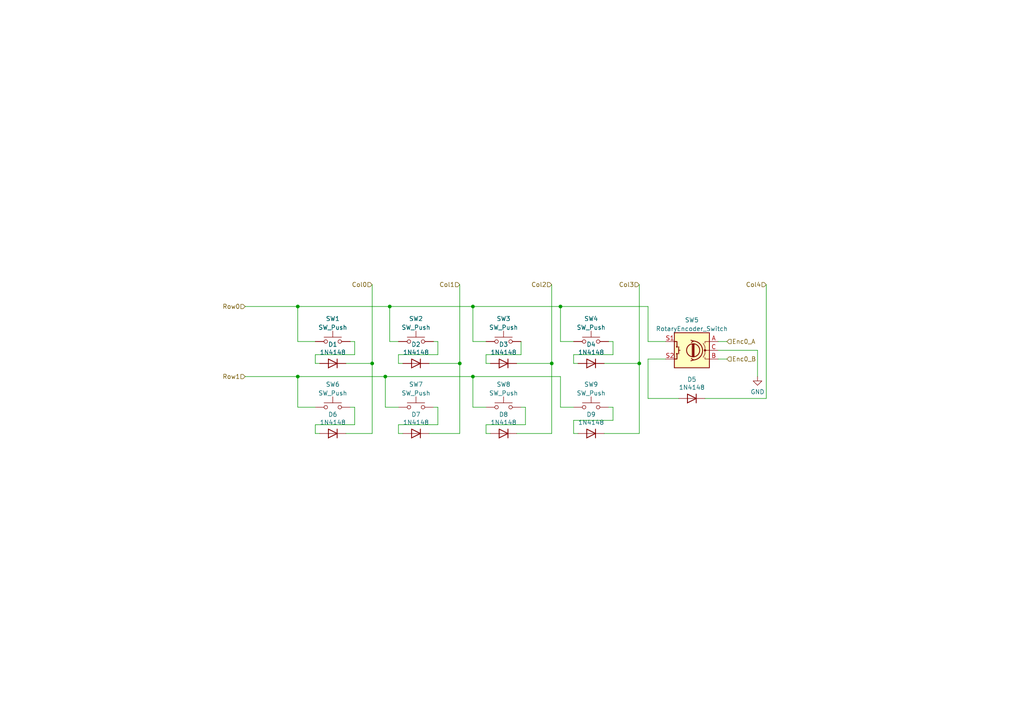
<source format=kicad_sch>
(kicad_sch (version 20230121) (generator eeschema)
  (paper "A4")
  (title_block (title "PE-Keyboard") (date "2023-12-22") (rev "A.01") (comment 1 "Macropad type keyboard"))
  (lib_symbols
    (symbol "Device:RotaryEncoder_Switch" (pin_names (offset 0.254) hide)
      (property "Reference" "SW" (at 0 6.604 0))
      (property "Value" "RotaryEncoder_Switch" (at 0 -6.604 0))
      (symbol "RotaryEncoder_Switch_0_1"
        (rectangle (start -5.08 5.08) (end 5.08 -5.08) (stroke (width 0.254)) (fill (type background)))
        (circle (center -3.81 0) (radius 0.254) (fill (type outline)))
        (circle (center -0.381 0) (radius 1.905) (stroke (width 0.254)))
        (arc (start -0.381 2.667) (mid -3.0988 -0.0635) (end -0.381 -2.794) (stroke (width 0.254)))
        (polyline (pts (xy -0.635 -1.778) (xy -0.635 1.778)) (stroke (width 0.254)))
        (polyline (pts (xy -0.381 -1.778) (xy -0.381 1.778)) (stroke (width 0.254)))
        (polyline (pts (xy -0.127 1.778) (xy -0.127 -1.778)) (stroke (width 0.254)))
        (polyline (pts (xy 3.81 0) (xy 3.429 0)) (stroke (width 0.254)))
        (polyline (pts (xy 3.81 1.016) (xy 3.81 -1.016)) (stroke (width 0.254)))
        (polyline (pts (xy -5.08 -2.54) (xy -3.81 -2.54) (xy -3.81 -2.032)))
        (polyline (pts (xy -5.08 2.54) (xy -3.81 2.54) (xy -3.81 2.032)))
        (polyline (pts (xy 0.254 -3.048) (xy -0.508 -2.794) (xy 0.127 -2.413)) (stroke (width 0.254)))
        (polyline (pts (xy 0.254 2.921) (xy -0.508 2.667) (xy 0.127 2.286)) (stroke (width 0.254)))
        (polyline (pts (xy 5.08 -2.54) (xy 4.318 -2.54) (xy 4.318 -1.016)) (stroke (width 0.254)))
        (polyline (pts (xy 5.08 2.54) (xy 4.318 2.54) (xy 4.318 1.016)) (stroke (width 0.254)))
        (polyline (pts (xy -5.08 0) (xy -3.81 0) (xy -3.81 -1.016) (xy -3.302 -2.032)))
        (polyline (pts (xy -4.318 0) (xy -3.81 0) (xy -3.81 1.016) (xy -3.302 2.032)))
        (circle (center 4.318 -1.016) (radius 0.127) (stroke (width 0.254)))
        (circle (center 4.318 1.016) (radius 0.127) (stroke (width 0.254)))
      )
      (symbol "RotaryEncoder_Switch_1_1"
        (pin passive line (at -7.62 2.54 0) (length 2.54) (name "A") (number "A"))
        (pin passive line (at -7.62 -2.54 0) (length 2.54) (name "B") (number "B"))
        (pin passive line (at -7.62 0 0) (length 2.54) (name "C") (number "C"))
        (pin passive line (at 7.62 2.54 180) (length 2.54) (name "S1") (number "S1"))
        (pin passive line (at 7.62 -2.54 180) (length 2.54) (name "S2") (number "S2"))
      )
    )
    (symbol "Diode:1N4148" (pin_numbers hide) (pin_names (offset 1.016) hide)
      (property "Reference" "D" (at 0 2.54 0))
      (property "Value" "1N4148" (at 0 -2.54 0))
      (symbol "1N4148_0_1"
        (polyline (pts (xy -1.27 1.27) (xy -1.27 -1.27)) (stroke (width 0.254)))
        (polyline (pts (xy 1.27 0) (xy -1.27 0)))
        (polyline (pts (xy 1.27 1.27) (xy 1.27 -1.27) (xy -1.27 0) (xy 1.27 1.27)) (stroke (width 0.254)))
      )
      (symbol "1N4148_1_1"
        (pin passive line (at -3.81 0 0) (length 2.54) (name "K") (number "1"))
        (pin passive line (at 3.81 0 180) (length 2.54) (name "A") (number "2"))
      )
    )
    (symbol "Switch:SW_Push" (pin_numbers hide) (pin_names (offset 1.016) hide)
      (property "Reference" "SW" (at 1.27 2.54 0))
      (property "Value" "SW_Push" (at 0 -1.524 0))
      (symbol "SW_Push_0_1"
        (circle (center -2.032 0) (radius 0.508))
        (polyline (pts (xy 0 1.27) (xy 0 3.048)))
        (polyline (pts (xy 2.54 1.27) (xy -2.54 1.27)))
        (circle (center 2.032 0) (radius 0.508))
        (pin passive line (at -5.08 0 0) (length 2.54) (name "1") (number "1"))
        (pin passive line (at 5.08 0 180) (length 2.54) (name "2") (number "2"))
      )
    )
    (symbol "power:GND" (power) (pin_names (offset 0))
      (property "Value" "GND" (at 0 -3.81 0))
      (symbol "GND_0_1"
        (polyline (pts (xy 0 0) (xy 0 -1.27) (xy 1.27 -1.27) (xy 0 -2.54) (xy -1.27 -1.27) (xy 0 -1.27)))
      )
      (symbol "GND_1_1"
        (pin power_in line (at 0 0 270) (length 0) hide (name "GND") (number "1"))
      )
    )
  )
  (junction (at 185.42 105.41))
  (junction (at 160.02 105.41))
  (junction (at 107.95 105.41))
  (junction (at 86.36 88.9))
  (junction (at 133.35 105.41))
  (junction (at 111.76 109.22))
  (junction (at 113.03 88.9))
  (junction (at 137.16 109.22))
  (junction (at 137.16 88.9))
  (junction (at 162.56 88.9))
  (junction (at 86.36 109.22))
  (wire (pts (xy 140.97 105.41) (xy 142.24 105.41)))
  (wire (pts (xy 100.33 125.73) (xy 107.95 125.73)))
  (wire (pts (xy 149.86 105.41) (xy 160.02 105.41)))
  (wire (pts (xy 177.8 102.87) (xy 166.37 102.87)))
  (wire (pts (xy 107.95 105.41) (xy 107.95 125.73)))
  (wire (pts (xy 187.96 88.9) (xy 187.96 99.06)))
  (wire (pts (xy 160.02 82.55) (xy 160.02 105.41)))
  (wire (pts (xy 222.25 82.55) (xy 222.25 115.57)))
  (wire (pts (xy 176.53 118.11) (xy 177.8 118.11)))
  (wire (pts (xy 137.16 88.9) (xy 162.56 88.9)))
  (wire (pts (xy 166.37 125.73) (xy 167.64 125.73)))
  (wire (pts (xy 208.28 99.06) (xy 210.82 99.06)))
  (wire (pts (xy 115.57 125.73) (xy 116.84 125.73)))
  (wire (pts (xy 113.03 99.06) (xy 115.57 99.06)))
  (wire (pts (xy 219.71 101.6) (xy 219.71 109.22)))
  (wire (pts (xy 133.35 82.55) (xy 133.35 105.41)))
  (wire (pts (xy 140.97 123.19) (xy 140.97 125.73)))
  (wire (pts (xy 162.56 118.11) (xy 166.37 118.11)))
  (wire (pts (xy 115.57 105.41) (xy 116.84 105.41)))
  (wire (pts (xy 185.42 82.55) (xy 185.42 105.41)))
  (wire (pts (xy 124.46 105.41) (xy 133.35 105.41)))
  (wire (pts (xy 91.44 105.41) (xy 92.71 105.41)))
  (wire (pts (xy 113.03 88.9) (xy 113.03 99.06)))
  (wire (pts (xy 177.8 99.06) (xy 177.8 102.87)))
  (wire (pts (xy 111.76 109.22) (xy 111.76 118.11)))
  (wire (pts (xy 115.57 102.87) (xy 115.57 105.41)))
  (wire (pts (xy 151.13 102.87) (xy 140.97 102.87)))
  (wire (pts (xy 124.46 125.73) (xy 133.35 125.73)))
  (wire (pts (xy 133.35 105.41) (xy 133.35 125.73)))
  (wire (pts (xy 152.4 118.11) (xy 152.4 123.19)))
  (wire (pts (xy 137.16 88.9) (xy 137.16 99.06)))
  (wire (pts (xy 162.56 109.22) (xy 162.56 118.11)))
  (wire (pts (xy 127 99.06) (xy 127 102.87)))
  (wire (pts (xy 86.36 109.22) (xy 111.76 109.22)))
  (wire (pts (xy 102.87 123.19) (xy 91.44 123.19)))
  (wire (pts (xy 166.37 99.06) (xy 162.56 99.06)))
  (wire (pts (xy 177.8 121.92) (xy 166.37 121.92)))
  (wire (pts (xy 187.96 104.14) (xy 187.96 115.57)))
  (wire (pts (xy 208.28 104.14) (xy 210.82 104.14)))
  (wire (pts (xy 185.42 105.41) (xy 185.42 125.73)))
  (wire (pts (xy 162.56 88.9) (xy 187.96 88.9)))
  (wire (pts (xy 100.33 105.41) (xy 107.95 105.41)))
  (wire (pts (xy 166.37 102.87) (xy 166.37 105.41)))
  (wire (pts (xy 162.56 88.9) (xy 162.56 99.06)))
  (wire (pts (xy 137.16 118.11) (xy 140.97 118.11)))
  (wire (pts (xy 175.26 105.41) (xy 185.42 105.41)))
  (wire (pts (xy 71.12 109.22) (xy 86.36 109.22)))
  (wire (pts (xy 185.42 125.73) (xy 175.26 125.73)))
  (wire (pts (xy 125.73 118.11) (xy 127 118.11)))
  (wire (pts (xy 102.87 102.87) (xy 91.44 102.87)))
  (wire (pts (xy 137.16 109.22) (xy 162.56 109.22)))
  (wire (pts (xy 101.6 118.11) (xy 102.87 118.11)))
  (wire (pts (xy 152.4 123.19) (xy 140.97 123.19)))
  (wire (pts (xy 86.36 109.22) (xy 86.36 118.11)))
  (wire (pts (xy 140.97 102.87) (xy 140.97 105.41)))
  (wire (pts (xy 91.44 123.19) (xy 91.44 125.73)))
  (wire (pts (xy 86.36 88.9) (xy 86.36 99.06)))
  (wire (pts (xy 187.96 99.06) (xy 193.04 99.06)))
  (wire (pts (xy 86.36 118.11) (xy 91.44 118.11)))
  (wire (pts (xy 111.76 118.11) (xy 115.57 118.11)))
  (wire (pts (xy 102.87 99.06) (xy 102.87 102.87)))
  (wire (pts (xy 113.03 88.9) (xy 137.16 88.9)))
  (wire (pts (xy 204.47 115.57) (xy 222.25 115.57)))
  (wire (pts (xy 137.16 109.22) (xy 137.16 118.11)))
  (wire (pts (xy 166.37 105.41) (xy 167.64 105.41)))
  (wire (pts (xy 101.6 99.06) (xy 102.87 99.06)))
  (wire (pts (xy 127 118.11) (xy 127 123.19)))
  (wire (pts (xy 140.97 125.73) (xy 142.24 125.73)))
  (wire (pts (xy 91.44 102.87) (xy 91.44 105.41)))
  (wire (pts (xy 127 123.19) (xy 115.57 123.19)))
  (wire (pts (xy 151.13 99.06) (xy 151.13 102.87)))
  (wire (pts (xy 208.28 101.6) (xy 219.71 101.6)))
  (wire (pts (xy 176.53 99.06) (xy 177.8 99.06)))
  (wire (pts (xy 91.44 125.73) (xy 92.71 125.73)))
  (wire (pts (xy 86.36 99.06) (xy 91.44 99.06)))
  (wire (pts (xy 187.96 115.57) (xy 196.85 115.57)))
  (wire (pts (xy 160.02 105.41) (xy 160.02 125.73)))
  (wire (pts (xy 137.16 99.06) (xy 140.97 99.06)))
  (wire (pts (xy 111.76 109.22) (xy 137.16 109.22)))
  (wire (pts (xy 86.36 88.9) (xy 113.03 88.9)))
  (wire (pts (xy 115.57 123.19) (xy 115.57 125.73)))
  (wire (pts (xy 187.96 104.14) (xy 193.04 104.14)))
  (wire (pts (xy 149.86 125.73) (xy 160.02 125.73)))
  (wire (pts (xy 102.87 118.11) (xy 102.87 123.19)))
  (wire (pts (xy 166.37 121.92) (xy 166.37 125.73)))
  (wire (pts (xy 125.73 99.06) (xy 127 99.06)))
  (wire (pts (xy 127 102.87) (xy 115.57 102.87)))
  (wire (pts (xy 71.12 88.9) (xy 86.36 88.9)))
  (wire (pts (xy 177.8 118.11) (xy 177.8 121.92)))
  (wire (pts (xy 107.95 82.55) (xy 107.95 105.41)))
  (wire (pts (xy 151.13 118.11) (xy 152.4 118.11)))
  (hierarchical_label "Col0" (shape input) (at 107.95 82.55 180))
  (hierarchical_label "Col4" (shape input) (at 222.25 82.55 180))
  (hierarchical_label "Col3" (shape input) (at 185.42 82.55 180))
  (hierarchical_label "Col2" (shape input) (at 160.02 82.55 180))
  (hierarchical_label "Col1" (shape input) (at 133.35 82.55 180))
  (hierarchical_label "Enc0_B" (shape input) (at 210.82 104.14 0))
  (hierarchical_label "Enc0_A" (shape input) (at 210.82 99.06 0))
  (hierarchical_label "Row0" (shape input) (at 71.12 88.9 180))
  (hierarchical_label "Row1" (shape input) (at 71.12 109.22 180))
  (symbol (lib_id "Diode:1N4148") (at 96.52 105.41 180) (unit 1)
    (property "Reference" "D1" (at 96.52 99.8982 0))
    (property "Value" "1N4148" (at 96.52 102.2096 0))
    (property "Footprint" "Diode_SMD:D_SOD-123" (effects hide))
    (property "Datasheet" "https://assets.nexperia.com/documents/data-sheet/1N4148_1N4448.pdf" (effects hide))
  )
  (symbol (lib_id "Diode:1N4148") (at 146.05 105.41 180) (unit 1)
    (property "Reference" "D3" (at 146.05 99.8982 0))
    (property "Value" "1N4148" (at 146.05 102.2096 0))
    (property "Footprint" "Diode_SMD:D_SOD-123" (effects hide))
    (property "Datasheet" "https://assets.nexperia.com/documents/data-sheet/1N4148_1N4448.pdf" (effects hide))
  )
  (symbol (lib_id "Switch:SW_Push") (at 146.05 99.06 0) (mirror y) (unit 1)
    (property "Reference" "SW3" (at 146.05 92.4392 0))
    (property "Value" "SW_Push" (at 146.05 94.9761 0))
    (property "Footprint" "Button_Switch_Keyboard:SW_Cherry_MX_1.00u_PCB" (effects hide))
  )
  (symbol (lib_id "Diode:1N4148") (at 171.45 125.73 180) (unit 1)
    (property "Reference" "D9" (at 171.45 120.2182 0))
    (property "Value" "1N4148" (at 171.45 122.5296 0))
    (property "Footprint" "Diode_SMD:D_SOD-123" (effects hide))
    (property "Datasheet" "https://assets.nexperia.com/documents/data-sheet/1N4148_1N4448.pdf" (effects hide))
    (instances (project "PE-Keyboard" (path "" (reference "D9") (unit 1))) (project "MacroKeyBoard" (path "" (reference "D8") (unit 1))))
  )
  (symbol (lib_id "Switch:SW_Push") (at 96.52 118.11 0) (mirror y) (unit 1)
    (property "Reference" "SW6" (at 96.52 111.4892 0))
    (property "Value" "SW_Push" (at 96.52 114.0261 0))
    (property "Footprint" "Button_Switch_Keyboard:SW_Cherry_MX_1.00u_PCB" (effects hide))
    (instances (project "PE-Keyboard" (path "" (reference "SW6") (unit 1))) (project "MacroKeyBoard" (path "" (reference "SW5") (unit 1))))
  )
  (symbol (lib_id "Diode:1N4148") (at 171.45 105.41 180) (unit 1)
    (property "Reference" "D4" (at 171.45 99.8982 0))
    (property "Value" "1N4148" (at 171.45 102.2096 0))
    (property "Footprint" "Diode_SMD:D_SOD-123" (effects hide))
    (property "Datasheet" "https://assets.nexperia.com/documents/data-sheet/1N4148_1N4448.pdf" (effects hide))
  )
  (symbol (lib_id "Diode:1N4148") (at 96.52 125.73 180) (unit 1)
    (property "Reference" "D6" (at 96.52 120.2182 0))
    (property "Value" "1N4148" (at 96.52 122.5296 0))
    (property "Footprint" "Diode_SMD:D_SOD-123" (effects hide))
    (property "Datasheet" "https://assets.nexperia.com/documents/data-sheet/1N4148_1N4448.pdf" (effects hide))
    (instances (project "PE-Keyboard" (path "" (reference "D6") (unit 1))) (project "MacroKeyBoard" (path "" (reference "D5") (unit 1))))
  )
  (symbol (lib_id "Diode:1N4148") (at 146.05 125.73 180) (unit 1)
    (property "Reference" "D8" (at 146.05 120.2182 0))
    (property "Value" "1N4148" (at 146.05 122.5296 0))
    (property "Footprint" "Diode_SMD:D_SOD-123" (effects hide))
    (property "Datasheet" "https://assets.nexperia.com/documents/data-sheet/1N4148_1N4448.pdf" (effects hide))
    (instances (project "PE-Keyboard" (path "" (reference "D8") (unit 1))) (project "MacroKeyBoard" (path "" (reference "D7") (unit 1))))
  )
  (symbol (lib_id "power:GND") (at 219.71 109.22 0) (unit 1)
    (property "Reference" "#PWR024" (effects hide))
    (property "Value" "GND" (at 219.71 113.6634 0))
    (instances (project "PE-Keyboard" (path "" (reference "#PWR024") (unit 1))) (project "MacroKeyBoard" (path "" (reference "#PWR017") (unit 1))))
  )
  (symbol (lib_id "Device:RotaryEncoder_Switch") (at 200.66 101.6 0) (mirror y) (unit 1)
    (property "Reference" "SW5" (at 200.66 92.8202 0))
    (property "Value" "RotaryEncoder_Switch" (at 200.66 95.3571 0))
    (property "Footprint" "Rotary_Encoder:RotaryEncoder_Alps_EC11E-Switch_Vertical_H20mm" (effects hide))
    (instances (project "PE-Keyboard" (path "" (reference "SW5") (unit 1))) (project "MacroKeyBoard" (path "" (reference "SW17") (unit 1))))
  )
  (symbol (lib_id "Diode:1N4148") (at 120.65 105.41 180) (unit 1)
    (property "Reference" "D2" (at 120.65 99.8982 0))
    (property "Value" "1N4148" (at 120.65 102.2096 0))
    (property "Footprint" "Diode_SMD:D_SOD-123" (effects hide))
    (property "Datasheet" "https://assets.nexperia.com/documents/data-sheet/1N4148_1N4448.pdf" (effects hide))
  )
  (symbol (lib_id "Diode:1N4148") (at 200.66 115.57 180) (unit 1)
    (property "Reference" "D5" (at 200.66 110.0582 0))
    (property "Value" "1N4148" (at 200.66 112.3696 0))
    (property "Footprint" "Diode_SMD:D_SOD-123" (effects hide))
    (property "Datasheet" "https://assets.nexperia.com/documents/data-sheet/1N4148_1N4448.pdf" (effects hide))
    (instances (project "PE-Keyboard" (path "" (reference "D5") (unit 1))) (project "MacroKeyBoard" (path "" (reference "D17") (unit 1))))
  )
  (symbol (lib_id "Switch:SW_Push") (at 120.65 99.06 0) (mirror y) (unit 1)
    (property "Reference" "SW2" (at 120.65 92.4392 0))
    (property "Value" "SW_Push" (at 120.65 94.9761 0))
    (property "Footprint" "Button_Switch_Keyboard:SW_Cherry_MX_1.00u_PCB" (effects hide))
  )
  (symbol (lib_id "Switch:SW_Push") (at 96.52 99.06 0) (mirror y) (unit 1)
    (property "Reference" "SW1" (at 96.52 92.4392 0))
    (property "Value" "SW_Push" (at 96.52 94.9761 0))
    (property "Footprint" "Button_Switch_Keyboard:SW_Cherry_MX_1.00u_PCB" (effects hide))
  )
  (symbol (lib_id "Switch:SW_Push") (at 171.45 99.06 0) (mirror y) (unit 1)
    (property "Reference" "SW4" (at 171.45 92.4392 0))
    (property "Value" "SW_Push" (at 171.45 94.9761 0))
    (property "Footprint" "Button_Switch_Keyboard:SW_Cherry_MX_1.00u_PCB" (effects hide))
  )
  (symbol (lib_id "Switch:SW_Push") (at 146.05 118.11 0) (mirror y) (unit 1)
    (property "Reference" "SW8" (at 146.05 111.4892 0))
    (property "Value" "SW_Push" (at 146.05 114.0261 0))
    (property "Footprint" "Button_Switch_Keyboard:SW_Cherry_MX_1.00u_PCB" (effects hide))
    (instances (project "PE-Keyboard" (path "" (reference "SW8") (unit 1))) (project "MacroKeyBoard" (path "" (reference "SW7") (unit 1))))
  )
  (symbol (lib_id "Switch:SW_Push") (at 171.45 118.11 0) (mirror y) (unit 1)
    (property "Reference" "SW9" (at 171.45 111.4892 0))
    (property "Value" "SW_Push" (at 171.45 114.0261 0))
    (property "Footprint" "Button_Switch_Keyboard:SW_Cherry_MX_1.00u_PCB" (effects hide))
    (instances (project "PE-Keyboard" (path "" (reference "SW9") (unit 1))) (project "MacroKeyBoard" (path "" (reference "SW8") (unit 1))))
  )
  (symbol (lib_id "Diode:1N4148") (at 120.65 125.73 180) (unit 1)
    (property "Reference" "D7" (at 120.65 120.2182 0))
    (property "Value" "1N4148" (at 120.65 122.5296 0))
    (property "Footprint" "Diode_SMD:D_SOD-123" (effects hide))
    (property "Datasheet" "https://assets.nexperia.com/documents/data-sheet/1N4148_1N4448.pdf" (effects hide))
    (instances (project "PE-Keyboard" (path "" (reference "D7") (unit 1))) (project "MacroKeyBoard" (path "" (reference "D6") (unit 1))))
  )
  (symbol (lib_id "Switch:SW_Push") (at 120.65 118.11 0) (mirror y) (unit 1)
    (property "Reference" "SW7" (at 120.65 111.4892 0))
    (property "Value" "SW_Push" (at 120.65 114.0261 0))
    (property "Footprint" "Button_Switch_Keyboard:SW_Cherry_MX_1.00u_PCB" (effects hide))
    (instances (project "PE-Keyboard" (path "" (reference "SW7") (unit 1))) (project "MacroKeyBoard" (path "" (reference "SW6") (unit 1))))
  )
)
</source>
